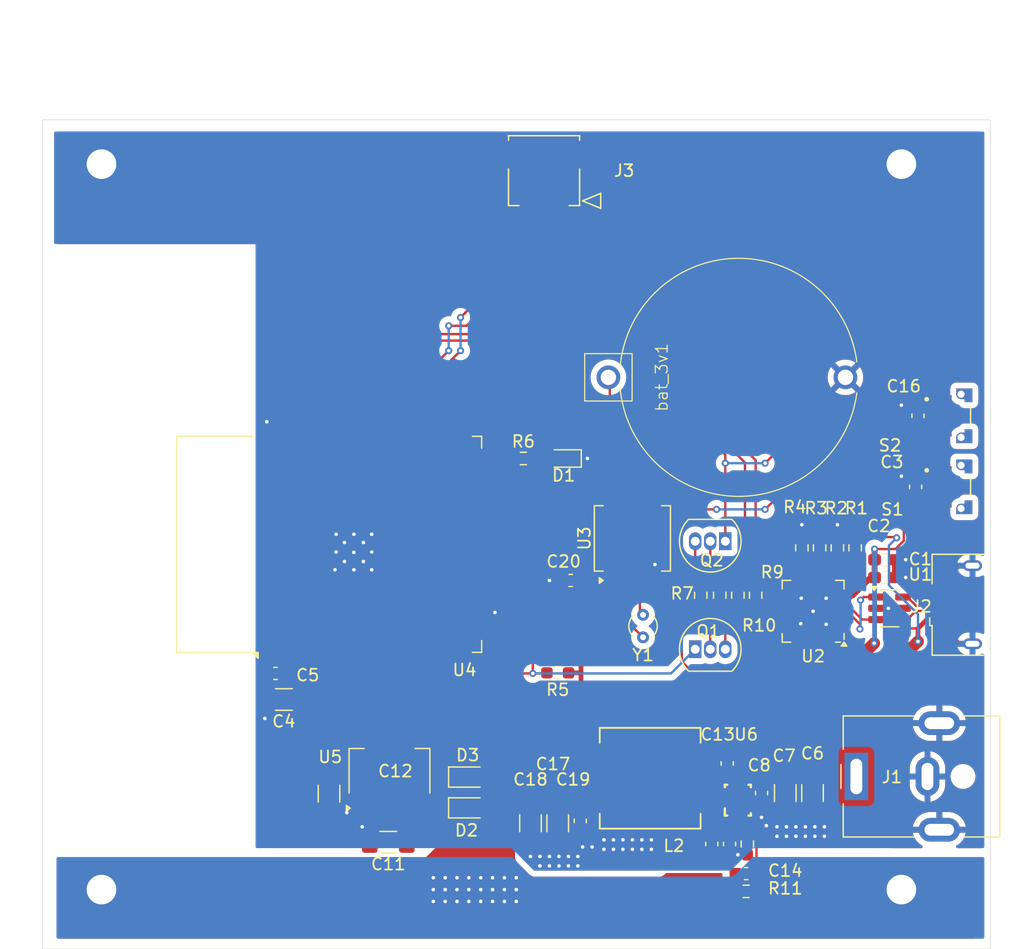
<source format=kicad_pcb>
(kicad_pcb (version 20241229) (generator "pcbnew") (generator_version "9.0")
  (layers (0 "F.Cu" signal) (2 "B.Cu" signal) (13 "F.Paste" user) (15 "B.Paste" user) (5 "F.SilkS" user "F.Silkscreen") (7 "B.SilkS" user "B.Silkscreen") (1 "F.Mask" user) (3 "B.Mask" user) (25 "Edge.Cuts" user))
  (net 0 "")
  (net 1 "Net-(U3-VCC1)")
  (net 2 "GND")
  (net 3 "+3.3V")
  (net 4 "/EN")
  (net 5 "+9V")
  (net 6 "Net-(U6-VCC)")
  (net 7 "Net-(U6-SS)")
  (net 8 "Net-(D2-K)")
  (net 9 "Net-(U6-SW)")
  (net 10 "Net-(U6-BST)")
  (net 11 "Net-(U6-FB)")
  (net 12 "+5V")
  (net 13 "/IO0")
  (net 14 "Net-(D1-A)")
  (net 15 "/VBUS")
  (net 16 "/USB0_D_N")
  (net 17 "/USB0_D_P")
  (net 19 "/RTS")
  (net 20 "Net-(Q1-B)")
  (net 21 "Net-(Q2-B)")
  (net 22 "/DTR")
  (net 23 "Net-(U2-VBUS)")
  (net 24 "Net-(U2-~{RST})")
  (net 25 "Net-(U2-~{SUSPEND})")
  (net 26 "/TXD0")
  (net 27 "/RXD")
  (net 28 "/RXD0")
  (net 29 "/TXD")
  (net 30 "/USB_D_N")
  (net 31 "/USB_D_P")
  (net 48 "/rtc_ce")
  (net 49 "Net-(U3-X1)")
  (net 50 "Net-(U3-X2)")
  (net 51 "/rtc_io")
  (net 59 "/rtc_scl")
  (net 75 "/ind_din")
  (net 76 "/ind_cs")
  (net 77 "/ind_clk")
  (net 78 "/led")
  (net 79 "unconnected-(U4-IO35-Pad7)")
  (net 80 "unconnected-(U4-IO12-Pad14)")
  (footprint "Crystal:Crystal_Round_D2.0mm_Vertical" (layer "F.Cu") (at 90.2 80.45 90)
    (property "Reference" "Y1")
    (property "Value" "32.768 kHz")
  )
  (footprint "Diode_SMD:D_SOD-323F" (layer "F.Cu") (at 75.4 92.25)
    (property "Reference" "D3")
    (property "Value" "bat201m3")
  )
  (footprint "Capacitor_SMD:C_1206_3216Metric_Pad1.33x1.80mm_HandSolder" (layer "F.Cu") (at 104.5 93.6 -90)
    (property "Reference" "C6")
    (property "Value" "22uFx16V")
  )
  (footprint "Resistor_SMD:R_0603_1608Metric_Pad0.98x0.95mm_HandSolder" (layer "F.Cu") (at 83 83.45 180)
    (property "Reference" "R5")
    (property "Value" "10K")
  )
  (footprint "Capacitor_SMD:C_0603_1608Metric_Pad1.08x0.95mm_HandSolder" (layer "F.Cu") (at 96 97.9 -90)
    (property "Reference" "C10" (hide yes))
    (property "Value" "10nF")
  )
  (footprint "Package_TO_SOT_SMD:SOT-23-6" (layer "F.Cu") (at 111 78)
    (property "Reference" "U1")
    (property "Value" "USBLC6-2SC6" (hide yes))
  )
  (footprint "footprints:RQF0009A" (layer "F.Cu") (at 98.2 94.2 90)
    (property "Reference" "U6")
    (property "Value" "TPS566231RQFR")
  )
  (footprint "footprints.pretty2:CON_2023960407" (layer "F.Cu") (at 83.346 43.599999 180)
    (property "Reference" "J3")
    (property "Value" "2023960407")
  )
  (footprint "Package_TO_SOT_THT:TO-92_Inline" (layer "F.Cu") (at 94.6 81.46)
    (property "Reference" "Q1")
    (property "Value" "BC549")
  )
  (footprint "Capacitor_SMD:C_1206_3216Metric_Pad1.33x1.80mm_HandSolder" (layer "F.Cu") (at 83 96.15 -90)
    (property "Reference" "C17")
    (property "Value" "22uFx16V")
  )
  (footprint "Capacitor_SMD:C_1206_3216Metric_Pad1.33x1.80mm_HandSolder" (layer "F.Cu") (at 102.2 93.6 -90)
    (property "Reference" "C7")
    (property "Value" "22uFx16V")
  )
  (footprint "Resistor_SMD:R_0603_1608Metric_Pad0.98x0.95mm_HandSolder" (layer "F.Cu") (at 98.9 101.9 180)
    (property "Reference" "R11")
    (property "Value" "110K")
  )
  (footprint "Package_TO_SOT_SMD:SOT-223-3_TabPin2" (layer "F.Cu") (at 68.8 91.75 90)
    (property "Reference" "U5")
    (property "Value" "AMS1117-3.3")
  )
  (footprint "Resistor_SMD:R_0603_1608Metric_Pad0.98x0.95mm_HandSolder" (layer "F.Cu") (at 108.1 72.9 90)
    (property "Reference" "R1")
    (property "Value" "22.1K")
  )
  (footprint "Resistor_SMD:R_0603_1608Metric_Pad0.98x0.95mm_HandSolder" (layer "F.Cu") (at 99 97.9 90)
    (property "Reference" "R12" (hide yes))
    (property "Value" "15K")
  )
  (footprint "Package_SO:SO-8_5.3x6.2mm_P1.27mm" (layer "F.Cu") (at 89.3 72.1 90)
    (property "Reference" "U3")
    (property "Value" "DS1302S+")
  )
  (footprint "Connector_USB:USB_Micro-B_Amphenol_10118193-0002LF_Horizontal" (layer "F.Cu") (at 118 77.7 90)
    (property "Reference" "J2")
    (property "Value" "USB_B_Micro")
  )
  (footprint "Capacitor_SMD:C_1206_3216Metric_Pad1.33x1.80mm_HandSolder" (layer "F.Cu") (at 63.7 93.65 -90)
    (property "Reference" "C12")
    (property "Value" "22uFx16V")
  )
  (footprint "Capacitor_SMD:C_0603_1608Metric_Pad1.08x0.95mm_HandSolder" (layer "F.Cu") (at 110.6 75.4)
    (property "Reference" "C1")
    (property "Value" "100nF")
  )
  (footprint "Capacitor_SMD:C_0603_1608Metric_Pad1.08x0.95mm_HandSolder" (layer "F.Cu") (at 84.1 75.65)
    (property "Reference" "C20")
    (property "Value" "100nF")
  )
  (footprint "Capacitor_SMD:C_0603_1608Metric_Pad1.08x0.95mm_HandSolder" (layer "F.Cu") (at 84.9 95.95 -90)
    (property "Reference" "C19")
    (property "Value" "100nF")
  )
  (footprint "Resistor_SMD:R_0603_1608Metric_Pad0.98x0.95mm_HandSolder" (layer "F.Cu") (at 99.7 76.9 -90)
    (property "Reference" "R9")
    (property "Value" "0R")
  )
  (footprint "Capacitor_SMD:C_0603_1608Metric_Pad1.08x0.95mm_HandSolder" (layer "F.Cu") (at 97.5 97.9 -90)
    (property "Reference" "C9" (hide yes))
    (property "Value" "1uF")
  )
  (footprint "Capacitor_SMD:C_0603_1608Metric_Pad1.08x0.95mm_HandSolder" (layer "F.Cu") (at 110.6 73.9)
    (property "Reference" "C2")
    (property "Value" "4.7uF")
  )
  (footprint "TL6340AF160Q:SW_TL6340AF160Q" (layer "F.Cu") (at 117.0375 67.75 -90)
    (property "Reference" "S1")
    (property "Value" "TL6340AF160Q")
  )
  (footprint "Battery:Battery_CR2032_3v_holder" (layer "F.Cu") (at 92.275062 58.5 90)
    (property "Reference" "bat_3v1")
    (property "Value" "~")
  )
  (footprint "spacers:9774030243R_HOLE" (layer "F.Cu") (at 44.5 101.75)
    (property "Reference" "HO1" (hide yes))
    (property "Value" "~")
  )
  (footprint "spacers:9774030243R_HOLE" (layer "F.Cu") (at 112 101.75)
    (property "Reference" "HO2" (hide yes))
    (property "Value" "~")
  )
  (footprint "Capacitor_SMD:C_0603_1608Metric_Pad1.08x0.95mm_HandSolder" (layer "F.Cu") (at 113.2 67.75 90)
    (property "Reference" "C3")
    (property "Value" "100nF")
  )
  (footprint "Resistor_SMD:R_0603_1608Metric_Pad0.98x0.95mm_HandSolder" (layer "F.Cu") (at 95.07 76.9 90)
    (property "Reference" "R7")
    (property "Value" "10k")
  )
  (footprint "LED_SMD:LED_0603_1608Metric" (layer "F.Cu") (at 83.5 65.35 180)
    (property "Reference" "D1")
    (property "Value" "LED")
  )
  (footprint "Package_DFN_QFN:QFN-28-1EP_5x5mm_P0.5mm_EP3.35x3.35mm" (layer "F.Cu") (at 104.55 78.25 180)
    (property "Reference" "U2")
    (property "Value" "CP2102N-Axx-xQFN28")
  )
  (footprint "Resistor_SMD:R_0603_1608Metric_Pad0.98x0.95mm_HandSolder" (layer "F.Cu") (at 96.67 76.9 90)
    (property "Reference" "R8" (hide yes))
    (property "Value" "10k")
  )
  (footprint "TL6340AF160Q:SW_TL6340AF160Q" (layer "F.Cu") (at 117.0375 61.75 -90)
    (property "Reference" "S2")
    (property "Value" "TL6340AF160Q")
  )
  (footprint "Capacitor_SMD:C_1206_3216Metric_Pad1.33x1.80mm_HandSolder" (layer "F.Cu") (at 68.7 97.75 180)
    (property "Reference" "C11")
    (property "Value" "22uFx16V")
  )
  (footprint "Connector_BarrelJack:BarrelJack_CUI_PJ-063AH_Horizontal" (layer "F.Cu") (at 108.2 92.2 90)
    (property "Reference" "J1")
    (property "Value" "Barrel_Jack_MountingPin")
  )
  (footprint "Capacitor_SMD:C_0603_1608Metric_Pad1.08x0.95mm_HandSolder" (layer "F.Cu") (at 97.3 91.1 90)
    (property "Reference" "C13")
    (property "Value" "100nF")
  )
  (footprint "RF_Module:ESP32-WROOM-32" (layer "F.Cu") (at 66.7 72.6 90)
    (property "Reference" "U4")
    (property "Value" "ESP32-WROOM-32")
  )
  (footprint "Diode_SMD:D_SOD-323F" (layer "F.Cu") (at 75.4 94.85)
    (property "Reference" "D2")
    (property "Value" "bat201m3")
  )
  (footprint "2222222222222footprints:IND_IHLP-3232DZ_VIS" (layer "F.Cu") (at 90.8 92.35)
    (property "Reference" "L2")
    (property "Value" "IHLP3232DZER2R2M11")
  )
  (footprint "spacers:9774030243R_HOLE" (layer "F.Cu") (at 112 40.5)
    (property "Reference" "HO4" (hide yes))
    (property "Value" "~")
  )
  (footprint "Resistor_SMD:R_0603_1608Metric_Pad0.98x0.95mm_HandSolder" (layer "F.Cu") (at 105.1 72.9 90)
    (property "Reference" "R3")
    (property "Value" "10k")
  )
  (footprint "Resistor_SMD:R_0603_1608Metric_Pad0.98x0.95mm_HandSolder" (layer "F.Cu") (at 98.2 76.9 -90)
    (property "Reference" "R10")
    (property "Value" "0R")
  )
  (footprint "Capacitor_SMD:C_0603_1608Metric_Pad1.08x0.95mm_HandSolder" (layer "F.Cu") (at 59.185 83.5 180)
    (property "Reference" "C5")
    (property "Value" "100nF")
  )
  (footprint "Package_TO_SOT_THT:TO-92_Inline" (layer "F.Cu") (at 97.14 72.34 180)
    (property "Reference" "Q2")
    (property "Value" "BC549")
  )
  (footprint "Capacitor_SMD:C_1206_3216Metric_Pad1.33x1.80mm_HandSolder" (layer "F.Cu") (at 59.885 85.7 180)
    (property "Reference" "C4")
    (property "Value" "22uFx16V")
  )
  (footprint "Capacitor_SMD:C_0603_1608Metric_Pad1.08x0.95mm_HandSolder" (layer "F.Cu") (at 98.9 100.4)
    (property "Reference" "C14")
    (property "Value" "33pF")
  )
  (footprint "Resistor_SMD:R_0603_1608Metric_Pad0.98x0.95mm_HandSolder" (layer "F.Cu") (at 106.6 72.9 -90)
    (property "Reference" "R2")
    (property "Value" "47.5K")
  )
  (footprint "Capacitor_SMD:C_0603_1608Metric_Pad1.08x0.95mm_HandSolder" (layer "F.Cu") (at 100.2 93.6 -90)
    (property "Reference" "C8")
    (property "Value" "100nF")
  )
  (footprint "Resistor_SMD:R_0603_1608Metric_Pad0.98x0.95mm_HandSolder" (layer "F.Cu") (at 103.6 72.9 -90)
    (property "Reference" "R4")
    (property "Value" "10k")
  )
  (footprint "Capacitor_SMD:C_1206_3216Metric_Pad1.33x1.80mm_HandSolder" (layer "F.Cu") (at 80.7 96.15 -90)
    (property "Reference" "C18")
    (property "Value" "22uFx16V")
  )
  (footprint "Resistor_SMD:R_0603_1608Metric_Pad0.98x0.95mm_HandSolder" (layer "F.Cu") (at 80.1 65.35)
    (property "Reference" "R6")
    (property "Value" "510")
  )
  (footprint "spacers:9774030243R_HOLE" (layer "F.Cu") (at 44.5 40.5)
    (property "Reference" "HO3" (hide yes))
    (property "Value" "~")
  )
  (footprint "Capacitor_SMD:C_0603_1608Metric_Pad1.08x0.95mm_HandSolder" (layer "F.Cu") (at 113.4 61.75 90)
    (property "Reference" "C16")
    (property "Value" "100nF")
  )
  (gr_rect (start 39.5 36.75) (end 119.5 106.75) (stroke (width 0.05)) (fill no) (layer "Edge.Cuts"))
  (segment (start 115.5375 61.75) (end 115.5375 61.6125) (width 0.2) (layer "F.Cu") (net 0))
  (segment (start 115.5375 61.6125) (end 116.1 61.05) (width 0.2) (layer "F.Cu") (net 0))
  (segment (start 87.395 68.6) (end 87.395 58.619938) (width 0.2) (layer "F.Cu") (net 1))
  (segment (start 87.395 58.619938) (end 87.275062 58.5) (width 0.2) (layer "F.Cu") (net 1))
  (segment (start 77.66 78.31) (end 77.7 78.35) (width 0.2) (layer "F.Cu") (net 2))
  (segment (start 63.7 95.2125) (end 66.1875 95.2125) (width 1) (layer "F.Cu") (net 2))
  (segment (start 106.6 70.95) (end 106.6 71.9875) (width 0.2) (layer "F.Cu") (net 2))
  (segment (start 66.5 97.1125) (end 67.1375 97.75) (width 1) (layer "F.Cu") (net 2))
  (segment (start 112.6 60.85) (end 112 60.85) (width 0.2) (layer "F.Cu") (net 2))
  (segment (start 110.9 78) (end 109.8625 78) (width 0.2) (layer "F.Cu") (net 2))
  (segment (start 83.2375 75.65) (end 82.3 75.65) (width 0.5) (layer "F.Cu") (net 2))
  (segment (start 58.45 81.35) (end 58.45 83.3725) (width 0.5) (layer "F.Cu") (net 2))
  (segment (start 91.205 75.6) (end 91.205 74.305) (width 0.5) (layer "F.Cu") (net 2))
  (segment (start 66.1875 95.2125) (end 66.5 94.9) (width 1) (layer "F.Cu") (net 2))
  (segment (start 84.2875 65.35) (end 85.5 65.35) (width 0.2) (layer "F.Cu") (net 2))
  (segment (start 118 76.5) (end 118 81) (width 0.2) (layer "F.Cu") (net 2))
  (segment (start 115.325 76.4) (end 113.95 76.4) (width 0.4) (layer "F.Cu") (net 2))
  (segment (start 115.65 74.4) (end 115.55 74.5) (width 0.2) (layer "F.Cu") (net 2))
  (segment (start 58.3225 85.7) (end 58.3225 83.5) (width 0.5) (layer "F.Cu") (net 2))
  (segment (start 115.65 81) (end 115.55 80.9) (width 0.2) (layer "F.Cu") (net 2))
  (segment (start 98.2 98.8125) (end 96.05 98.8125) (width 0.2) (layer "F.Cu") (net 2))
  (segment (start 114.2 65.85) (end 114.2 65.8875) (width 0.2) (layer "F.Cu") (net 2))
  (segment (start 58.3225 87.2625) (end 58.285 87.3) (width 0.5) (layer "F.Cu") (net 2))
  (segment (start 118 74.4) (end 118 76.5) (width 0.2) (layer "F.Cu") (net 2))
  (segment (start 91.205 74.305) (end 91.2 74.3) (width 0.5) (layer "F.Cu") (net 2))
  (segment (start 66.5 94.9) (end 66.5 97.1125) (width 1) (layer "F.Cu") (net 2))
  (segment (start 112 60.85) (end 113.3625 60.85) (width 0.2) (layer "F.Cu") (net 2))
  (segment (start 113.9375 60.35) (end 113.4 60.8875) (width 0.2) (layer "F.Cu") (net 2))
  (segment (start 105.05 78.75) (end 104.55 78.25) (width 0.2) (layer "F.Cu") (net 2))
  (segment (start 113.95 76.4) (end 112.95 75.4) (width 0.4) (layer "F.Cu") (net 2))
  (segment (start 58.3225 85.7) (end 58.3225 87.2625) (width 0.5) (layer "F.Cu") (net 2))
  (segment (start 114.2 65.8875) (end 113.2 66.8875) (width 0.2) (layer "F.Cu") (net 2))
  (segment (start 113.3625 60.85) (end 113.4 60.8875) (width 0.2) (layer "F.Cu") (net 2))
  (segment (start 112.0375 66.8875) (end 113.6 66.8875) (width 0.2) (layer "F.Cu") (net 2))
  (segment (start 99 98.8125) (end 98.2 98.8125) (width 0.2) (layer "F.Cu") (net 2))
  (segment (start 112.6375 60.8875) (end 112.6 60.85) (width 0.2) (layer "F.Cu") (net 2))
  (segment (start 114.2 65.85) (end 114.7 66.35) (width 0.2) (layer "F.Cu") (net 2))
  (segment (start 112 66.85) (end 112.0375 66.8875) (width 0.2) (layer "F.Cu") (net 2))
  (segment (start 76.21 78.31) (end 77.66 78.31) (width 0.2) (layer "F.Cu") (net 2))
  (segment (start 118 81) (end 115.65 81) (width 0.2) (layer "F.Cu") (net 2))
  (segment (start 111.4625 75.4) (end 111.4625 73.9) (width 0.5) (layer "F.Cu") (net 2))
  (segment (start 114.7 66.35) (end 115.6875 66.35) (width 0.2) (layer "F.Cu") (net 2))
  (segment (start 58.45 83.3725) (end 58.3225 83.5) (width 0.5) (layer "F.Cu") (net 2))
  (segment (start 112.95 75.4) (end 112.3625 75.4) (width 0.4) (layer "F.Cu") (net 2))
  (segment (start 107 78.75) (end 105.05 78.75) (width 0.2) (layer "F.Cu") (net 2))
  (segment (start 112.3625 75.4) (end 111.4625 75.4) (width 0.5) (layer "F.Cu") (net 2))
  (segment (start 103.6 70.95) (end 103.6 71.9875) (width 0.2) (layer "F.Cu") (net 2))
  (segment (start 58.45 62.25) (end 58.45 63.85) (width 0.2) (layer "F.Cu") (net 2))
  (segment (start 112.3625 73.9) (end 111.4625 73.9) (width 0.5) (layer "F.Cu") (net 2))
  (segment (start 96.05 98.8125) (end 96 98.7625) (width 0.2) (layer "F.Cu") (net 2))
  (segment (start 115.6875 60.35) (end 113.9375 60.35) (width 0.2) (layer "F.Cu") (net 2))
  (segment (start 118 74.4) (end 115.65 74.4) (width 0.2) (layer "F.Cu") (net 2))
  (via (at 67.3 71.75) (size 0.6) (drill 0.3) (layers "F.Cu" "B.Cu") (net 2))
  (via (at 103.5 79.3) (size 0.6) (drill 0.3) (layers "F.Cu" "B.Cu") (net 2))
  (via (at 90.9 97.55) (size 0.6) (drill 0.3) (layers "F.Cu" "B.Cu") (net 2))
  (via (at 101.5 96.45) (size 0.6) (drill 0.3) (layers "F.Cu" "B.Cu") (net 2))
  (via (at 100.6 96.35) (size 0.6) (drill 0.3) (layers "F.Cu" "B.Cu") (net 2))
  (via (at 90.9 98.35) (size 0.6) (drill 0.3) (layers "F.Cu" "B.Cu") (net 2))
  (via (at 58.45 62.25) (size 0.6) (drill 0.3) (layers "F.Cu" "B.Cu") (net 2))
  (via (at 82.3 75.65) (size 0.6) (drill 0.3) (layers "F.Cu" "B.Cu") (net 2))
  (via (at 112 60.85) (size 0.6) (drill 0.3) (layers "F.Cu" "B.Cu") (net 2))
  (via (at 106.6 70.95) (size 0.6) (drill 0.3) (layers "F.Cu" "B.Cu") (net 2))
  (via (at 103.55 77.15) (size 0.6) (drill 0.3) (layers "F.Cu" "B.Cu") (net 2))
  (via (at 103.9 97.25) (size 0.6) (drill 0.3) (layers "F.Cu" "B.Cu") (net 2))
  (via (at 102.3 96.45) (size 0.6) (drill 0.3) (layers "F.Cu" "B.Cu") (net 2))
  (via (at 65 74.05) (size 0.6) (drill 0.3) (layers "F.Cu" "B.Cu") (net 2))
  (via (at 89.3 97.55) (size 0.6) (drill 0.3) (layers "F.Cu" "B.Cu") (net 2))
  (via (at 66.6 72.45) (size 0.6) (drill 0.3) (layers "F.Cu" "B.Cu") (net 2))
  (via (at 103.1 96.45) (size 0.6) (drill 0.3) (layers "F.Cu" "B.Cu") (net 2))
  (via (at 80.7 98.95) (size 0.6) (drill 0.3) (layers "F.Cu" "B.Cu") (net 2))
  (via (at 82.3 99.75) (size 0.6) (drill 0.3) (layers "F.Cu" "B.Cu") (net 2))
  (via (at 103.6 70.95) (size 0.6) (drill 0.3) (layers "F.Cu" "B.Cu") (net 2))
  (via (at 83.9 98.95) (size 0.6) (drill 0.3) (layers "F.Cu" "B.Cu") (net 2))
  (via (at 83.1 98.95) (size 0.6) (drill 0.3) (layers "F.Cu" "B.Cu") (net 2))
  (via (at 98.2 98.8125) (size 0.6) (drill 0.3) (layers "F.Cu" "B.Cu") (net 2))
  (via (at 105.5 97.25) (size 0.6) (drill 0.3) (layers "F.Cu" "B.Cu") (net 2))
  (via (at 85.1 98.15) (size 0.6) (drill 0.3) (layers "F.Cu" "B.Cu") (net 2))
  (via (at 89.3 98.35) (size 0.6) (drill 0.3) (layers "F.Cu" "B.Cu") (net 2))
  (via (at 82.3 98.95) (size 0.6) (drill 0.3) (layers "F.Cu" "B.Cu") (net 2))
  (via (at 64.3 71.75) (size 0.6) (drill 0.3) (layers "F.Cu" "B.Cu") (net 2))
  (via (at 90.1 97.55) (size 0.6) (drill 0.3) (layers "F.Cu" "B.Cu") (net 2))
  (via (at 86.9 97.55) (size 0.6) (drill 0.3) (layers "F.Cu" "B.Cu") (net 2))
  (via (at 105.65 77.15) (size 0.6) (drill 0.3) (layers "F.Cu" "B.Cu") (net 2))
  (via (at 105.65 79.35) (size 0.6) (drill 0.3) (layers "F.Cu" "B.Cu") (net 2))
  (via (at 88.5 97.55) (size 0.6) (drill 0.3) (layers "F.Cu" "B.Cu") (net 2))
  (via (at 91.2 74.3) (size 0.6) (drill 0.3) (layers "F.Cu" "B.Cu") (net 2))
  (via (at 85.9 98.15) (size 0.6) (drill 0.3) (layers "F.Cu" "B.Cu") (net 2))
  (via (at 65.2 95.25) (size 0.6) (drill 0.3) (layers "F.Cu" "B.Cu") (net 2))
  (via (at 66.6 74.05) (size 0.6) (drill 0.3) (layers "F.Cu" "B.Cu") (net 2))
  (via (at 65 72.45) (size 0.6) (drill 0.3) (layers "F.Cu" "B.Cu") (net 2))
  (via (at 65.8 74.75) (size 0.6) (drill 0.3) (layers "F.Cu" "B.Cu") (net 2))
  (via (at 103.1 97.25) (size 0.6) (drill 0.3) (layers "F.Cu" "B.Cu") (net 2))
  (via (at 65.79 73.28) (size 0.6) (drill 0.3) (layers "F.Cu" "B.Cu") (net 2))
  (via (at 64.2 74.75) (size 0.6) (drill 0.3) (layers "F.Cu" "B.Cu") (net 2))
  (via (at 65.8 71.75) (size 0.6) (drill 0.3) (layers "F.Cu" "B.Cu") (net 2))
  (via (at 81.5 98.95) (size 0.6) (drill 0.3) (layers "F.Cu" "B.Cu") (net 2))
  (via (at 67.3 74.75) (size 0.6) (drill 0.3) (layers "F.Cu" "B.Cu") (net 2))
  (via (at 66.5 96.45) (size 0.6) (drill 0.3) (layers "F.Cu" "B.Cu") (net 2))
  (via (at 87.7 97.55) (size 0.6) (drill 0.3) (layers "F.Cu" "B.Cu") (net 2))
  (via (at 84.7 98.95) (size 0.6) (drill 0.3) (layers "F.Cu" "B.Cu") (net 2))
  (via (at 112.3625 73.9) (size 0.6) (drill 0.3) (layers "F.Cu" "B.Cu") (net 2))
  (via (at 77.7 78.35) (size 0.6) (drill 0.3) (layers "F.Cu" "B.Cu") (net 2))
  (via (at 83.1 99.75) (size 0.6) (drill 0.3) (layers "F.Cu" "B.Cu") (net 2))
  (via (at 58.285 87.3) (size 0.6) (drill 0.3) (layers "F.Cu" "B.Cu") (net 2))
  (via (at 104.7 97.25) (size 0.6) (drill 0.3) (layers "F.Cu" "B.Cu") (net 2))
  (via (at 81.5 99.75) (size 0.6) (drill 0.3) (layers "F.Cu" "B.Cu") (net 2))
  (via (at 67.3 73.25) (size 0.6) (drill 0.3) (layers "F.Cu" "B.Cu") (net 2))
  (via (at 88.5 98.35) (size 0.6) (drill 0.3) (layers "F.Cu" "B.Cu") (net 2))
  (via (at 64.3 73.25) (size 0.6) (drill 0.3) (layers "F.Cu" "B.Cu") (net 2))
  (via (at 87.7 98.35) (size 0.6) (drill 0.3) (layers "F.Cu" "B.Cu") (net 2))
  (via (at 100.2 95.65) (size 0.6) (drill 0.3) (layers "F.Cu" "B.Cu") (net 2))
  (via (at 102.3 97.25) (size 0.6) (drill 0.3) (layers "F.Cu" "B.Cu") (net 2))
  (via (at 90.1 98.35) (size 0.6) (drill 0.3) (layers "F.Cu" "B.Cu") (net 2))
  (via (at 104.7 96.45) (size 0.6) (drill 0.3) (layers "F.Cu" "B.Cu") (net 2))
  (via (at 103.9 96.45) (size 0.6) (drill 0.3) (layers "F.Cu" "B.Cu") (net 2))
  (via (at 112 66.85) (size 0.6) (drill 0.3) (layers "F.Cu" "B.Cu") (net 2))
  (via (at 104.55 78.25) (size 0.6) (drill 0.3) (layers "F.Cu" "B.Cu") (net 2))
  (via (at 112.3625 75.4) (size 0.6) (drill 0.3) (layers "F.Cu" "B.Cu") (net 2))
  (via (at 83.9 99.75) (size 0.6) (drill 0.3) (layers "F.Cu" "B.Cu") (net 2))
  (via (at 110.9 78) (size 0.6) (drill 0.3) (layers "F.Cu" "B.Cu") (net 2))
  (via (at 86.9 98.35) (size 0.6) (drill 0.3) (layers "F.Cu" "B.Cu") (net 2))
  (via (at 105.5 96.45) (size 0.6) (drill 0.3) (layers "F.Cu" "B.Cu") (net 2))
  (via (at 101.5 97.25) (size 0.6) (drill 0.3) (layers "F.Cu" "B.Cu") (net 2))
  (via (at 84.7 99.75) (size 0.6) (drill 0.3) (layers "F.Cu" "B.Cu") (net 2))
  (via (at 85.5 65.35) (size 0.6) (drill 0.3) (layers "F.Cu" "B.Cu") (net 2))
  (segment (start 112.2 72.298529) (end 111.498529 73) (width 0.2) (layer "F.Cu") (net 3))
  (segment (start 107.9 77) (end 107.9 76.9) (width 0.2) (layer "F.Cu") (net 3))
  (segment (start 84.9625 83.45) (end 84.9625 85.6875) (width 0.4) (layer "F.Cu") (net 3))
  (segment (start 71.65 85.75) (end 84.9 85.75) (width 1) (layer "F.Cu") (net 3))
  (segment (start 105.1 71.9875) (end 105.1 71.25) (width 0.2) (layer "F.Cu") (net 3))
  (segment (start 59.72 81.35) (end 59.72 83.1725) (width 0.5) (layer "F.Cu") (net 3))
  (segment (start 68.7 95) (end 68.8 94.9) (width 1) (layer "F.Cu") (net 3))
  (segment (start 107.75 76.75) (end 107 76.75) (width 0.2) (layer "F.Cu") (net 3))
  (segment (start 85.0125 75.6) (end 84.9625 75.65) (width 0.4) (layer "F.Cu") (net 3))
  (segment (start 109.4 75.4) (end 109.7375 75.4) (width 0.5) (layer "F.Cu") (net 3))
  (segment (start 110.1 75.7625) (end 109.7375 75.4) (width 0.2) (layer "F.Cu") (net 3))
  (segment (start 107.9 76.9) (end 107.75 76.75) (width 0.2) (layer "F.Cu") (net 3))
  (segment (start 112.2 71.45) (end 112.2 72.298529) (width 0.2) (layer "F.Cu") (net 3))
  (segment (start 59.72 83.1725) (end 60.0475 83.5) (width 0.5) (layer "F.Cu") (net 3))
  (segment (start 87.395 75.6) (end 85.0125 75.6) (width 0.4) (layer "F.Cu") (net 3))
  (segment (start 104.9 85.75) (end 109.7 80.95) (width 1) (layer "F.Cu") (net 3))
  (segment (start 107.9 76.9) (end 109.4 75.4) (width 0.5) (layer "F.Cu") (net 3))
  (segment (start 84.9 85.75) (end 104.9 85.75) (width 1) (layer "F.Cu") (net 3))
  (segment (start 109.7375 75.4) (end 109.7375 73) (width 0.5) (layer "F.Cu") (net 3))
  (segment (start 107.65 77.25) (end 107.9 77) (width 0.2) (layer "F.Cu") (net 3))
  (segment (start 68.8 88.6) (end 71.65 85.75) (width 1) (layer "F.Cu") (net 3))
  (segment (start 68.8 94.9) (end 68.8 88.6) (width 1) (layer "F.Cu") (net 3))
  (segment (start 109.7375 73) (end 109.7375 73.9) (width 0.5) (layer "F.Cu") (net 3))
  (segment (start 84.9625 75.65) (end 84.9625 83.45) (width 0.4) (layer "F.Cu") (net 3))
  (segment (start 106 70.35) (end 111.1 70.35) (width 0.2) (layer "F.Cu") (net 3))
  (segment (start 61.4475 84.9) (end 60.0475 83.5) (width 0.5) (layer "F.Cu") (net 3))
  (segment (start 84.9625 85.6875) (end 84.9 85.75) (width 0.4) (layer "F.Cu") (net 3))
  (segment (start 111.1 70.35) (end 112.2 71.45) (width 0.2) (layer "F.Cu") (net 3))
  (segment (start 83.9125 83.45) (end 84.9625 83.45) (width 0.4) (layer "F.Cu") (net 3))
  (segment (start 111.498529 73) (end 109.7375 73) (width 0.2) (layer "F.Cu") (net 3))
  (segment (start 105.1 71.25) (end 106 70.35) (width 0.2) (layer "F.Cu") (net 3))
  (segment (start 107 77.25) (end 107.65 77.25) (width 0.2) (layer "F.Cu") (net 3))
  (segment (start 61.4475 85.7) (end 61.4475 84.9) (width 0.5) (layer "F.Cu") (net 3))
  (via (at 109.7375 73) (size 0.6) (drill 0.3) (layers "F.Cu" "B.Cu") (net 3))
  (via (at 109.7 80.95) (size 0.6) (drill 0.3) (layers "F.Cu" "B.Cu") (net 3))
  (segment (start 109.7375 80.9125) (end 109.7 80.95) (width 0.4) (layer "B.Cu") (net 3))
  (segment (start 109.7375 73) (end 109.7375 80.9125) (width 0.4) (layer "B.Cu") (net 3))
  (segment (start 80.9 75.75) (end 82.8 73.85) (width 0.2) (layer "F.Cu") (net 4))
  (segment (start 80.9 83.5) (end 80.9 75.75) (width 0.2) (layer "F.Cu") (net 4))
  (segment (start 80.9 83.5) (end 82.0375 83.5) (width 0.2) (layer "F.Cu") (net 4))
  (segment (start 62.1 83.5) (end 60.99 82.39) (width 0.2) (layer "F.Cu") (net 4))
  (segment (start 101.5375 68.6125) (end 113.6 68.6125) (width 0.2) (layer "F.Cu") (net 4))
  (segment (start 93.3 69.65) (end 96.4 69.65) (width 0.2) (layer "F.Cu") (net 4))
  (segment (start 80.9 83.5) (end 62.1 83.5) (width 0.2) (layer "F.Cu") (net 4))
  (segment (start 82.0375 83.5) (end 82.0875 83.45) (width 0.2) (layer "F.Cu") (net 4))
  (segment (start 114.1375 69.15) (end 113.6 68.6125) (width 0.2) (layer "F.Cu") (net 4))
  (segment (start 60.99 82.39) (end 60.99 81.35) (width 0.2) (layer "F.Cu") (net 4))
  (segment (start 115.6875 69.15) (end 114.1375 69.15) (width 0.2) (layer "F.Cu") (net 4))
  (segment (start 82.8 73.85) (end 89.1 73.85) (width 0.2) (layer "F.Cu") (net 4))
  (segment (start 101.5375 68.6125) (end 100.5 69.65) (width 0.2) (layer "F.Cu") (net 4))
  (segment (start 89.1 73.85) (end 93.3 69.65) (width 0.2) (layer "F.Cu") (net 4))
  (via (at 100.5 69.65) (size 0.6) (drill 0.3) (layers "F.Cu" "B.Cu") (net 4))
  (via (at 96.4 69.65) (size 0.6) (drill 0.3) (layers "F.Cu" "B.Cu") (net 4))
  (via (at 80.9 83.5) (size 0.6) (drill 0.3) (layers "F.Cu" "B.Cu") (net 4))
  (segment (start 92.56 83.5) (end 80.9 83.5) (width 0.2) (layer "B.Cu") (net 4))
  (segment (start 92.56 83.5) (end 94.6 81.46) (width 0.2) (layer "B.Cu") (net 4))
  (segment (start 100.6 69.65) (end 100.5 69.65) (width 0.2) (layer "B.Cu") (net 4))
  (segment (start 100.5 69.65) (end 96.4 69.65) (width 0.2) (layer "B.Cu") (net 4))
  (segment (start 97.5 96) (end 97.7 95.8) (width 0.2) (layer "F.Cu") (net 6))
  (segment (start 97.699998 95.799998) (end 97.699998 95.124997) (width 0.2) (layer "F.Cu") (net 6))
  (segment (start 97.7 95.8) (end 97.699998 95.799998) (width 0.2) (layer "F.Cu") (net 6))
  (segment (start 97.5 97.0375) (end 97.5 96) (width 0.2) (layer "F.Cu") (net 6))
  (segment (start 96.9 95.8) (end 96.9 95.075) (width 0.2) (layer "F.Cu") (net 7))
  (segment (start 96.9 95.075) (end 97.525 94.45) (width 0.2) (layer "F.Cu") (net 7))
  (segment (start 96 97.0375) (end 96 96.7) (width 0.2) (layer "F.Cu") (net 7))
  (segment (start 96 96.7) (end 96.9 95.8) (width 0.2) (layer "F.Cu") (net 7))
  (segment (start 74.35 94.9) (end 71.1 94.9) (width 1) (layer "F.Cu") (net 8))
  (segment (start 71.1 96.9125) (end 70.2625 97.75) (width 1) (layer "F.Cu") (net 8))
  (segment (start 74.3 94.85) (end 74.3 92.25) (width 1) (layer "F.Cu") (net 8))
  (segment (start 71.1 94.9) (end 71.1 96.9125) (width 1) (layer "F.Cu") (net 8))
  (segment (start 97.699998 93.274998) (end 97.699998 92.362498) (width 0.2) (layer "F.Cu") (net 10))
  (segment (start 97.699998 92.362498) (end 97.3 91.9625) (width 0.2) (layer "F.Cu") (net 10))
  (segment (start 99.7625 100.4) (end 99.7625 101.85) (width 0.2) (layer "F.Cu") (net 11))
  (segment (start 98.199997 96.187497) (end 99 96.9875) (width 0.2) (layer "F.Cu") (net 11))
  (segment (start 98.199997 95.124997) (end 98.199997 96.187497) (width 0.2) (layer "F.Cu") (net 11))
  (segment (start 99.7625 101.85) (end 99.8125 101.9) (width 0.2) (layer "F.Cu") (net 11))
  (segment (start 99.775 100.3875) (end 99.7625 100.4) (width 0.2) (layer "F.Cu") (net 11))
  (segment (start 99 96.9875) (end 99.775 97.7625) (width 0.2) (layer "F.Cu") (net 11))
  (segment (start 99.775 97.7625) (end 99.775 100.3875) (width 0.2) (layer "F.Cu") (net 11))
  (segment (start 98.0375 100.4) (end 98.0375 101.85) (width 0.2) (layer "F.Cu") (net 12))
  (segment (start 78.2 94.85) (end 78.4625 94.5875) (width 1) (layer "F.Cu") (net 12))
  (segment (start 97.3 103.9) (end 81.65 103.9) (width 0.2) (layer "F.Cu") (net 12))
  (segment (start 78.4625 94.5875) (end 81 94.5875) (width 1) (layer "F.Cu") (net 12))
  (segment (start 97.9875 103.2125) (end 97.3 103.9) (width 0.2) (layer "F.Cu") (net 12))
  (segment (start 98.0375 101.85) (end 97.9875 101.9) (width 0.2) (layer "F.Cu") (net 12))
  (segment (start 76.5 94.85) (end 78.2 94.85) (width 1) (layer "F.Cu") (net 12))
  (segment (start 97.9875 101.9) (end 97.9875 103.2125) (width 0.2) (layer "F.Cu") (net 12))
  (segment (start 81.65 103.9) (end 80.5 102.75) (width 0.2) (layer "F.Cu") (net 12))
  (segment (start 80.5 102.75) (end 79.5 102.75) (width 0.2) (layer "F.Cu") (net 12))
  (via (at 77.5 100.75) (size 0.6) (drill 0.3) (layers "F.Cu" "B.Cu") (net 12))
  (via (at 74.5 100.75) (size 0.6) (drill 0.3) (layers "F.Cu" "B.Cu") (net 12))
  (via (at 72.5 100.75) (size 0.6) (drill 0.3) (layers "F.Cu" "B.Cu") (net 12))
  (via (at 79.5 100.75) (size 0.6) (drill 0.3) (layers "F.Cu" "B.Cu") (net 12))
  (via (at 75.5 101.75) (size 0.6) (drill 0.3) (layers "F.Cu" "B.Cu") (net 12))
  (via (at 75.5 102.75) (size 0.6) (drill 0.3) (layers "F.Cu" "B.Cu") (net 12))
  (via (at 79.5 101.75) (size 0.6) (drill 0.3) (layers "F.Cu" "B.Cu") (net 12))
  (via (at 73.5 100.75) (size 0.6) (drill 0.3) (layers "F.Cu" "B.Cu") (net 12))
  (via (at 76.5 100.75) (size 0.6) (drill 0.3) (layers "F.Cu" "B.Cu") (net 12))
  (via (at 76.5 102.75) (size 0.6) (drill 0.3) (layers "F.Cu" "B.Cu") (net 12))
  (via (at 74.5 101.75) (size 0.6) (drill 0.3) (layers "F.Cu" "B.Cu") (net 12))
  (via (at 79.5 102.75) (size 0.6) (drill 0.3) (layers "F.Cu" "B.Cu") (net 12))
  (via (at 78.5 100.75) (size 0.6) (drill 0.3) (layers "F.Cu" "B.Cu") (net 12))
  (via (at 73.5 102.75) (size 0.6) (drill 0.3) (layers "F.Cu" "B.Cu") (net 12))
  (via (at 78.5 101.75) (size 0.6) (drill 0.3) (layers "F.Cu" "B.Cu") (net 12))
  (via (at 75.5 100.75) (size 0.6) (drill 0.3) (layers "F.Cu" "B.Cu") (net 12))
  (via (at 76.5 101.75) (size 0.6) (drill 0.3) (layers "F.Cu" "B.Cu") (net 12))
  (via (at 77.5 101.75) (size 0.6) (drill 0.3) (layers "F.Cu" "B.Cu") (net 12))
  (via (at 74.5 102.75) (size 0.6) (drill 0.3) (layers "F.Cu" "B.Cu") (net 12))
  (via (at 73.5 101.75) (size 0.6) (drill 0.3) (layers "F.Cu" "B.Cu") (net 12))
  (via (at 77.5 102.75) (size 0.6) (drill 0.3) (layers "F.Cu" "B.Cu") (net 12))
  (via (at 72.5 102.75) (size 0.6) (drill 0.3) (layers "F.Cu" "B.Cu") (net 12))
  (via (at 78.5 102.75) (size 0.6) (drill 0.3) (layers "F.Cu" "B.Cu") (net 12))
  (via (at 72.5 101.75) (size 0.6) (drill 0.3) (layers "F.Cu" "B.Cu") (net 12))
  (segment (start 88.1 56) (end 80.5 56) (width 0.2) (layer "F.Cu") (net 13))
  (segment (start 80.5 56) (end 79.25 56) (width 0.2) (layer "F.Cu") (net 13))
  (segment (start 113.9375 63.15) (end 115.6875 63.15) (width 0.2) (layer "F.Cu") (net 13))
  (segment (start 97.14 65.75) (end 97.14 65.04) (width 0.2) (layer "F.Cu") (net 13))
  (segment (start 113.4 62.6125) (end 103.6375 62.6125) (width 0.2) (layer "F.Cu") (net 13))
  (segment (start 97.14 72.34) (end 97.14 65.75) (width 0.2) (layer "F.Cu") (net 13))
  (segment (start 97.14 65.04) (end 88.1 56) (width 0.2) (layer "F.Cu") (net 13))
  (segment (start 79.25 56) (end 74.96 60.29) (width 0.2) (layer "F.Cu") (net 13))
  (segment (start 74.96 60.29) (end 74.96 63.85) (width 0.2) (layer "F.Cu") (net 13))
  (segment (start 103.6375 62.6125) (end 100.5 65.75) (width 0.2) (layer "F.Cu") (net 13))
  (segment (start 113.4 62.6125) (end 113.9375 63.15) (width 0.2) (layer "F.Cu") (net 13))
  (via (at 97.14 65.75) (size 0.6) (drill 0.3) (layers "F.Cu" "B.Cu") (net 13))
  (via (at 100.5 65.75) (size 0.6) (drill 0.3) (layers "F.Cu" "B.Cu") (net 13))
  (segment (start 100.5 65.75) (end 97.14 65.75) (width 0.2) (layer "B.Cu") (net 13))
  (segment (start 82.7125 65.35) (end 81.0125 65.35) (width 0.2) (layer "F.Cu") (net 14))
  (segment (start 108.1 71.9875) (end 111.5375 71.9875) (width 0.2) (layer "F.Cu") (net 15))
  (segment (start 111.1 78.648529) (end 111.1 79.4) (width 0.2) (layer "F.Cu") (net 15))
  (segment (start 81.4 87.35) (end 76.5 92.25) (width 1) (layer "F.Cu") (net 15))
  (segment (start 111.4 79.7) (end 113.4 79.7) (width 0.2) (layer "F.Cu") (net 15))
  (segment (start 114.1 79) (end 113.4 79.7) (width 0.4) (layer "F.Cu") (net 15))
  (segment (start 106.85 87.35) (end 81.4 87.35) (width 1) (layer "F.Cu") (net 15))
  (segment (start 112.1375 78) (end 111.748529 78) (width 0.2) (layer "F.Cu") (net 15))
  (segment (start 113.4 80.8) (end 106.85 87.35) (width 1) (layer "F.Cu") (net 15))
  (segment (start 111.5375 71.9875) (end 111.6 72.05) (width 0.2) (layer "F.Cu") (net 15))
  (segment (start 111.748529 78) (end 111.1 78.648529) (width 0.2) (layer "F.Cu") (net 15))
  (segment (start 111.1 79.4) (end 111.4 79.7) (width 0.2) (layer "F.Cu") (net 15))
  (segment (start 115.325 79) (end 114.1 79) (width 0.4) (layer "F.Cu") (net 15))
  (segment (start 113.4 79.7) (end 113.4 80.8) (width 0.4) (layer "F.Cu") (net 15))
  (via (at 113.4 80.8) (size 0.6) (drill 0.3) (layers "F.Cu" "B.Cu") (net 15))
  (via (at 111.6 72.05) (size 0.6) (drill 0.3) (layers "F.Cu" "B.Cu") (net 15))
  (segment (start 111.6 72.05) (end 110.95 72.7) (width 0.2) (layer "B.Cu") (net 15))
  (segment (start 113.4 78.5) (end 113.4 80.8) (width 0.2) (layer "B.Cu") (net 15))
  (segment (start 110.95 72.7) (end 110.95 76.05) (width 0.2) (layer "B.Cu") (net 15))
  (segment (start 110.95 76.05) (end 113.4 78.5) (width 0.2) (layer "B.Cu") (net 15))
  (segment (start 113.225 78.225) (end 112.5 78.95) (width 0.2) (layer "F.Cu") (net 16))
  (segment (start 113.802794 78.225) (end 113.225 78.225) (width 0.2) (layer "F.Cu") (net 16))
  (segment (start 112.5 78.95) (end 112.1375 78.95) (width 0.2) (layer "F.Cu") (net 16))
  (segment (start 115.325 78.35) (end 114.312499 78.35) (width 0.2) (layer "F.Cu") (net 16))
  (segment (start 114.312499 78.35) (end 114.212499 78.25) (width 0.2) (layer "F.Cu") (net 16))
  (segment (start 114.212499 78.25) (end 113.827794 78.25) (width 0.2) (layer "F.Cu") (net 16))
  (segment (start 113.827794 78.25) (end 113.802794 78.225) (width 0.2) (layer "F.Cu") (net 16))
  (segment (start 114 77.8) (end 113.975 77.775) (width 0.2) (layer "F.Cu") (net 17))
  (segment (start 113.225 77.775) (end 112.5 77.05) (width 0.2) (layer "F.Cu") (net 17))
  (segment (start 114.312499 77.7) (end 114.212499 77.8) (width 0.2) (layer "F.Cu") (net 17))
  (segment (start 112.5 77.05) (end 112.1375 77.05) (width 0.2) (layer "F.Cu") (net 17))
  (segment (start 114.212499 77.8) (end 114 77.8) (width 0.2) (layer "F.Cu") (net 17))
  (segment (start 113.975 77.775) (end 113.225 77.775) (width 0.2) (layer "F.Cu") (net 17))
  (segment (start 115.325 77.7) (end 114.312499 77.7) (width 0.2) (layer "F.Cu") (net 17))
  (segment (start 100.5 77) (end 97.4 77) (width 0.2) (layer "F.Cu") (net 19))
  (segment (start 97.14 79.57) (end 97.14 81.46) (width 0.2) (layer "F.Cu") (net 19))
  (segment (start 96.67 77.8125) (end 96.67 79.1) (width 0.2) (layer "F.Cu") (net 19))
  (segment (start 104.05 81.35) (end 103.9 81.5) (width 0.2) (layer "F.Cu") (net 19))
  (segment (start 104.05 80.7) (end 104.05 81.35) (width 0.2) (layer "F.Cu") (net 19))
  (segment (start 96.67 79.1) (end 97.14 79.57) (width 0.2) (layer "F.Cu") (net 19))
  (segment (start 97.14 81.065) (end 97.14 80.84) (width 0.2) (layer "F.Cu") (net 19))
  (segment (start 101 80.4) (end 101 77.5) (width 0.2) (layer "F.Cu") (net 19))
  (segment (start 103.9 81.5) (end 102.1 81.5) (width 0.2) (layer "F.Cu") (net 19))
  (segment (start 97.4 77) (end 96.67 77.73) (width 0.2) (layer "F.Cu") (net 19))
  (segment (start 102.1 81.5) (end 101 80.4) (width 0.2) (layer "F.Cu") (net 19))
  (segment (start 101 77.5) (end 100.5 77) (width 0.2) (layer "F.Cu") (net 19))
  (segment (start 96.67 77.73) (end 96.67 77.8125) (width 0.2) (layer "F.Cu") (net 19))
  (segment (start 95.87 81.46) (end 95.87 79.9) (width 0.2) (layer "F.Cu") (net 20))
  (segment (start 95.07 79.1) (end 95.07 77.8125) (width 0.2) (layer "F.Cu") (net 20))
  (segment (start 95.87 79.9) (end 95.07 79.1) (width 0.2) (layer "F.Cu") (net 20))
  (segment (start 96.67 75.9875) (end 96.67 74.9) (width 0.2) (layer "F.Cu") (net 21))
  (segment (start 96.67 74.9) (end 95.87 74.1) (width 0.2) (layer "F.Cu") (net 21))
  (segment (start 95.87 74.1) (end 95.87 72.34) (width 0.2) (layer "F.Cu") (net 21))
  (segment (start 95.07 74.7) (end 94.6 74.23) (width 0.2) (layer "F.Cu") (net 22))
  (segment (start 93.47 77.5875) (end 95.07 75.9875) (width 0.2) (layer "F.Cu") (net 22))
  (segment (start 106.05 80.7) (end 106.05 81.85) (width 0.2) (layer "F.Cu") (net 22))
  (segment (start 94.32 83.35) (end 93.47 82.5) (width 0.2) (layer "F.Cu") (net 22))
  (segment (start 106.05 81.85) (end 104.55 83.35) (width 0.2) (layer "F.Cu") (net 22))
  (segment (start 104.55 83.35) (end 94.32 83.35) (width 0.2) (layer "F.Cu") (net 22))
  (segment (start 95.07 75.9875) (end 95.07 74.7) (width 0.2) (layer "F.Cu") (net 22))
  (segment (start 94.6 74.23) (end 94.6 72.34) (width 0.2) (layer "F.Cu") (net 22))
  (segment (start 93.47 82.5) (end 93.47 77.5875) (width 0.2) (layer "F.Cu") (net 22))
  (segment (start 108.1 73.8125) (end 106.6 73.8125) (width 0.2) (layer "F.Cu") (net 23))
  (segment (start 106.05 75.8) (end 106.05 74.3625) (width 0.2) (layer "F.Cu") (net 23))
  (segment (start 106.05 74.3625) (end 106.6 73.8125) (width 0.2) (layer "F.Cu") (net 23))
  (segment (start 105.55 74.2625) (end 105.1 73.8125) (width 0.2) (layer "F.Cu") (net 24))
  (segment (start 105.55 75.8) (end 105.55 74.2625) (width 0.2) (layer "F.Cu") (net 24))
  (segment (start 104.55 74.7625) (end 103.6 73.8125) (width 0.2) (layer "F.Cu") (net 25))
  (segment (start 104.55 75.8) (end 104.55 74.7625) (width 0.2) (layer "F.Cu") (net 25))
  (segment (start 62.26 63.85) (end 62.26 62.84) (width 0.2) (layer "F.Cu") (net 26))
  (segment (start 89.05 54.85) (end 99.7 65.5) (width 0.2) (layer "F.Cu") (net 26))
  (segment (start 70.25 54.85) (end 89.05 54.85) (width 0.2) (layer "F.Cu") (net 26))
  (segment (start 99.7 65.5) (end 99.7 75.9875) (width 0.2) (layer "F.Cu") (net 26))
  (segment (start 62.26 62.84) (end 70.25 54.85) (width 0.2) (layer "F.Cu") (net 26))
  (segment (start 101.8 82.1) (end 99.7 80) (width 0.2) (layer "F.Cu") (net 27))
  (segment (start 99.7 80) (end 99.7 77.8125) (width 0.2) (layer "F.Cu") (net 27))
  (segment (start 104.55 81.85) (end 104.3 82.1) (width 0.2) (layer "F.Cu") (net 27))
  (segment (start 104.3 82.1) (end 101.8 82.1) (width 0.2) (layer "F.Cu") (net 27))
  (segment (start 104.55 80.7) (end 104.55 81.85) (width 0.2) (layer "F.Cu") (net 27))
  (segment (start 70.6 55.4) (end 63.53 62.47) (width 0.2) (layer "F.Cu") (net 28))
  (segment (start 88.5 55.4) (end 70.6 55.4) (width 0.2) (layer "F.Cu") (net 28))
  (segment (start 98.2 75.9875) (end 98.2 74.5) (width 0.2) (layer "F.Cu") (net 28))
  (segment (start 98.8 73.9) (end 98.8 65.7) (width 0.2) (layer "F.Cu") (net 28))
  (segment (start 98.8 65.7) (end 88.5 55.4) (width 0.2) (layer "F.Cu") (net 28))
  (segment (start 98.2 74.5) (end 98.8 73.9) (width 0.2) (layer "F.Cu") (net 28))
  (segment (start 63.53 62.47) (end 63.53 63.85) (width 0.2) (layer "F.Cu") (net 28))
  (segment (start 104.4 82.7) (end 101.5 82.7) (width 0.2) (layer "F.Cu") (net 29))
  (segment (start 105.05 80.7) (end 105.05 82.05) (width 0.2) (layer "F.Cu") (net 29))
  (segment (start 105.05 82.05) (end 104.4 82.7) (width 0.2) (layer "F.Cu") (net 29))
  (segment (start 98.2 79.4) (end 98.2 77.8125) (width 0.2) (layer "F.Cu") (net 29))
  (segment (start 101.5 82.7) (end 98.2 79.4) (width 0.2) (layer "F.Cu") (net 29))
  (segment (start 108.682898 78.95) (end 107.482898 77.75) (width 0.2) (layer "F.Cu") (net 30))
  (segment (start 109.8625 78.95) (end 108.682898 78.95) (width 0.2) (layer "F.Cu") (net 30))
  (segment (start 107.482898 77.75) (end 107 77.75) (width 0.2) (layer "F.Cu") (net 30))
  (segment (start 107.415798 78.25) (end 107 78.25) (width 0.2) (layer "F.Cu") (net 31))
  (segment (start 108.5 79.334202) (end 107.415798 78.25) (width 0.2) (layer "F.Cu") (net 31))
  (segment (start 108.5 79.75) (end 108.5 79.334202) (width 0.2) (layer "F.Cu") (net 31))
  (segment (start 108.810662 77.05) (end 108.555331 77.305331) (width 0.2) (layer "F.Cu") (net 31))
  (segment (start 109.8625 77.05) (end 108.810662 77.05) (width 0.2) (layer "F.Cu") (net 31))
  (via (at 108.5 79.75) (size 0.6) (drill 0.3) (layers "F.Cu" "B.Cu") (net 31))
  (via (at 108.555331 77.305331) (size 0.6) (drill 0.3) (layers "F.Cu" "B.Cu") (net 31))
  (segment (start 108.555331 79.694669) (end 108.5 79.75) (width 0.2) (layer "B.Cu") (net 31))
  (segment (start 108.555331 77.305331) (end 108.555331 79.694669) (width 0.2) (layer "B.Cu") (net 31))
  (segment (start 91.205 69.549999) (end 89.254999 71.5) (width 0.2) (layer "F.Cu") (net 48))
  (segment (start 89.254999 71.5) (end 84.1 71.5) (width 0.2) (layer "F.Cu") (net 48))
  (segment (start 78.56 77.04) (end 76.21 77.04) (width 0.2) (layer "F.Cu") (net 48))
  (segment (start 84.1 71.5) (end 78.56 77.04) (width 0.2) (layer "F.Cu") (net 48))
  (segment (start 91.205 68.6) (end 91.205 69.549999) (width 0.2) (layer "F.Cu") (net 48))
  (segment (start 88.665 78.915) (end 90.2 80.45) (width 0.2) (layer "F.Cu") (net 49))
  (segment (start 88.665 75.6) (end 88.665 78.915) (width 0.2) (layer "F.Cu") (net 49))
  (segment (start 89.935 75.6) (end 89.935 78.285) (width 0.2) (layer "F.Cu") (net 50))
  (segment (start 89.935 78.285) (end 90.2 78.55) (width 0.2) (layer "F.Cu") (net 50))
  (segment (start 76.21 68.15) (end 78.55 68.15) (width 0.2) (layer "F.Cu") (net 51))
  (segment (start 89.935 69.549999) (end 89.935 68.6) (width 0.2) (layer "F.Cu") (net 51))
  (segment (start 88.784999 70.7) (end 89.935 69.549999) (width 0.2) (layer "F.Cu") (net 51))
  (segment (start 78.55 68.15) (end 81.1 70.7) (width 0.2) (layer "F.Cu") (net 51))
  (segment (start 81.1 70.7) (end 88.784999 70.7) (width 0.2) (layer "F.Cu") (net 51))
  (segment (start 79.4 66.9) (end 79.3 66.9) (width 0.2) (layer "F.Cu") (net 59))
  (segment (start 82.7 70.2) (end 79.4 66.9) (width 0.2) (layer "F.Cu") (net 59))
  (segment (start 88.665 68.6) (end 88.665 69.549999) (width 0.2) (layer "F.Cu") (net 59))
  (segment (start 88.665 69.549999) (end 88.014999 70.2) (width 0.2) (layer "F.Cu") (net 59))
  (segment (start 88.014999 70.2) (end 82.7 70.2) (width 0.2) (layer "F.Cu") (net 59))
  (segment (start 79.3 66.9) (end 79.28 66.88) (width 0.2) (layer "F.Cu") (net 59))
  (segment (start 79.28 66.88) (end 76.21 66.88) (width 0.2) (layer "F.Cu") (net 59))
  (segment (start 59.72 62.52) (end 70.59 51.65) (width 0.2) (layer "F.Cu") (net 75))
  (segment (start 81.345999 45.204001) (end 81.345999 43.599999) (width 0.2) (layer "F.Cu") (net 75))
  (segment (start 70.59 51.65) (end 74.9 51.65) (width 0.2) (layer "F.Cu") (net 75))
  (segment (start 59.72 63.85) (end 59.72 62.52) (width 0.2) (layer "F.Cu") (net 75))
  (segment (start 74.9 51.65) (end 81.345999 45.204001) (width 0.2) (layer "F.Cu") (net 75))
  (segment (start 75.2 53.05) (end 75.25 53) (width 0.2) (layer "F.Cu") (net 76))
  (segment (start 74.8 56.25) (end 69.88 61.17) (width 0.2) (layer "F.Cu") (net 76))
  (segment (start 75.25 53) (end 74.8 53.45) (width 0.2) (layer "F.Cu") (net 76))
  (segment (start 82.345999 43.599999) (end 82.345999 45.904001) (width 0.2) (layer "F.Cu") (net 76))
  (segment (start 82.345999 45.904001) (end 75.2 53.05) (width 0.2) (layer "F.Cu") (net 76))
  (segment (start 69.88 61.17) (end 69.88 63.85) (width 0.2) (layer "F.Cu") (net 76))
  (via (at 74.8 56.25) (size 0.6) (drill 0.3) (layers "F.Cu" "B.Cu") (net 76))
  (via (at 74.8 53.45) (size 0.6) (drill 0.3) (layers "F.Cu" "B.Cu") (net 76))
  (segment (start 74.8 53.45) (end 74.8 56.25) (width 0.2) (layer "B.Cu") (net 76))
  (segment (start 75.3 54.15) (end 73.8 54.15) (width 0.2) (layer "F.Cu") (net 77))
  (segment (start 73.8 56.25) (end 68.61 61.44) (width 0.2) (layer "F.Cu") (net 77))
  (segment (start 68.61 61.44) (end 68.61 63.85) (width 0.2) (layer "F.Cu") (net 77))
  (segment (start 83.346 46.104) (end 75.3 54.15) (width 0.2) (layer "F.Cu") (net 77))
  (segment (start 83.346 43.599999) (end 83.346 46.104) (width 0.2) (layer "F.Cu") (net 77))
  (via (at 73.8 54.15) (size 0.6) (drill 0.3) (layers "F.Cu" "B.Cu") (net 77))
  (via (at 73.8 56.25) (size 0.6) (drill 0.3) (layers "F.Cu" "B.Cu") (net 77))
  (segment (start 73.8 54.15) (end 73.8 56.25) (width 0.2) (layer "B.Cu") (net 77))
  (segment (start 73.69 64.8) (end 73.69 63.85) (width 0.2) (layer "F.Cu") (net 78))
  (segment (start 74.24 65.35) (end 73.69 64.8) (width 0.2) (layer "F.Cu") (net 78))
  (segment (start 79.1875 65.35) (end 74.24 65.35) (width 0.2) (layer "F.Cu") (net 78))
  (segment (start 66.085 81.365) (end 66.07 81.35) (width 0.2) (layer "F.Cu") (net 79))
  (segment (start 75.06 81.45) (end 74.96 81.35) (width 0.2) (layer "F.Cu") (net 80))
  (segment (start 75.16 81.55) (end 74.96 81.35) (width 0.2) (layer "F.Cu") (net 80))
  (zone (net 9) (net_name "Net-(U6-SW)") (layer "F.Cu") (priority 2) (connect_pads yes (clearance 0.25)) (min_thickness 0.25) (fill yes (thermal_gap 0.5) (thermal_bridge_width 0.5))
    (polygon (pts (xy 98.550001 93.825) (xy 98.550001 94.075) (xy 97.225 94.075) (xy 96 95.3) (xy 93.5 95.3) (xy 93.5 89.3) (xy 97.775 89.3) (xy 97.775 90.775) (xy 96.825 90.775) (xy 96.5 91.1) (xy 96.5 92.8) (xy 97.525 93.825)))
  )
  (zone (net 3) (net_name "+3.3V") (layer "F.Cu") (priority 5) (connect_pads thru_hole_only (clearance 0.5)) (min_thickness 0.25) (fill yes (thermal_gap 0.5) (thermal_bridge_width 0.5))
    (polygon (pts (xy 73.3 93.1) (xy 76.1 90.3) (xy 76.1 84.5) (xy 61.4 84.5) (xy 60.8 85.1) (xy 60.8 92.7) (xy 61.2 93.1)))
  )
  (zone (net 2) (net_name "GND") (layer "F.Cu") (priority 4) (connect_pads yes (clearance 0.5)) (min_thickness 0.25) (fill yes (thermal_gap 0.5) (thermal_bridge_width 0.5))
    (polygon (pts (xy 79.9 95.95) (xy 91.7 95.95) (xy 91.7 100.15) (xy 81 100.15) (xy 79.9 99.05)))
  )
  (zone (net 2) (net_name "GND") (layer "F.Cu") (priority 1) (connect_pads yes (clearance 0.25)) (min_thickness 0.25) (fill yes (thermal_gap 0.5) (thermal_bridge_width 0.5))
    (polygon (pts (xy 98.149999 94.325) (xy 98.8 94.325) (xy 99.1 94.025) (xy 99.1 93.6) (xy 99.150002 93.549998) (xy 106.1 93.549998) (xy 106.1 98.2) (xy 101.6 98.2) (xy 99.1 95.7) (xy 99.1 94.8) (xy 98.875 94.575) (xy 98.149999 94.575)))
  )
  (zone (net 5) (net_name "+9V") (layer "F.Cu") (connect_pads yes (clearance 0.25)) (min_thickness 0.25) (fill yes (thermal_gap 0.5) (thermal_bridge_width 0.5))
    (polygon (pts (xy 98.074997 94.949998) (xy 110 94.949998) (xy 110 89.2) (xy 101 89.2) (xy 98.074997 92.125003)))
  )
  (zone (net 2) (net_name "GND") (layer "F.Cu") (priority 6) (connect_pads (clearance 0.5)) (min_thickness 0.25) (fill yes (thermal_gap 0.5) (thermal_bridge_width 0.5))
    (polygon (pts (xy 118.8 98.25) (xy 111.2 98.25) (xy 110.4 97.45) (xy 110.4 75.15) (xy 96.9 61.65) (xy 72.7 61.65) (xy 58.3 47.25) (xy 40.9 47.25) (xy 40.8 47.15) (xy 40.8 37.75) (xy 118.6 37.75) (xy 118.9 38.05) (xy 118.9 98.15)))
  )
  (zone (net 2) (net_name "GND") (layer "F.Cu") (priority 7) (connect_pads (clearance 0.5)) (min_thickness 0.25) (fill yes (thermal_gap 0.5) (thermal_bridge_width 0.5))
    (polygon (pts (xy 118.5 66.6) (xy 118.5 58.65) (xy 116.4 58.65) (xy 116.4 66.55) (xy 116.45 66.6)))
  )
  (zone (net 12) (net_name "+5V") (layer "F.Cu") (priority 3) (connect_pads yes (clearance 0.5)) (min_thickness 0.25) (fill yes (thermal_gap 0.5) (thermal_bridge_width 0.5))
    (polygon (pts (xy 89.4 95.95) (xy 89.4 89.3) (xy 81.6 89.3) (xy 71.6 99.3) (xy 71.6 99.1) (xy 43 99.1) (xy 40.8 99.1) (xy 40.8 105.9) (xy 118.2 105.9) (xy 118.2 99.4) (xy 118.1 99.3) (xy 105.2 99.3) (xy 101.4 103.1) (xy 96.9 103.1) (xy 96.9 100.35) (xy 80.7 100.35) (xy 79.455739 99.155739) (xy 79.4 99.156669) (xy 79.4 95.9) (xy 89.4 95.9)))
  )
  (zone (net 2) (net_name "GND") (layer "B.Cu") (priority 10) (connect_pads thru_hole_only (clearance 0.5)) (min_thickness 0.25) (fill yes (thermal_gap 0.5) (thermal_bridge_width 0.5))
    (polygon (pts (xy 119 37.75) (xy 40.5 37.75) (xy 40.5 47.25) (xy 57.5 47.25) (xy 57.5 98.25) (xy 79.1 98.25) (xy 81 100.15) (xy 97.6 100.15) (xy 99.5 98.25) (xy 119 98.25)))
  )
  (zone (net 12) (net_name "+5V") (layer "B.Cu") (priority 8) (connect_pads yes (clearance 0.5)) (min_thickness 0.25) (fill yes (thermal_gap 0.5) (thermal_bridge_width 0.5))
    (polygon (pts (xy 119 98.3) (xy 119 105.9) (xy 40.75 105.9) (xy 40.7 105.85) (xy 40.7 99) (xy 119 99)))
  )
)
</source>
